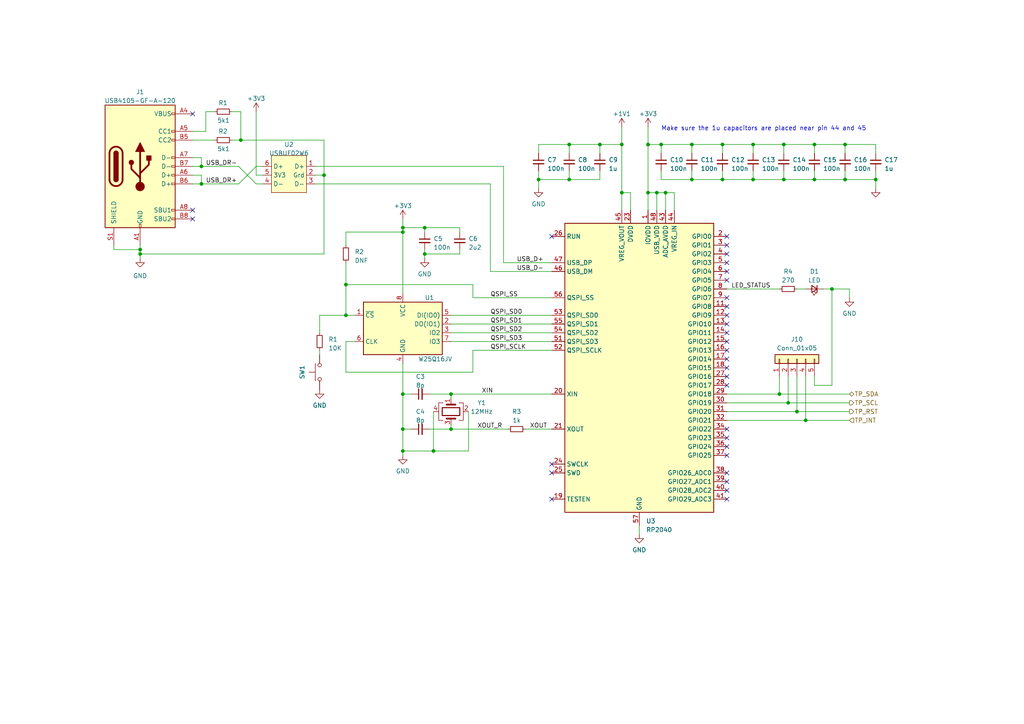
<source format=kicad_sch>
(kicad_sch (version 20230121) (generator eeschema)
  (paper "A4")
  (lib_symbols
    (symbol "Connector:USB_C_Receptacle_USB2.0" (pin_names (offset 1.016))
      (property "Reference" "J" (at -10.16 19.05 0))
      (property "Value" "USB_C_Receptacle_USB2.0" (at 19.05 19.05 0))
      (symbol "USB_C_Receptacle_USB2.0_0_0"
        (rectangle (start -0.254 -17.78) (end 0.254 -16.764))
        (rectangle (start 10.16 -14.986) (end 9.144 -15.494))
        (rectangle (start 10.16 -12.446) (end 9.144 -12.954))
        (rectangle (start 10.16 -4.826) (end 9.144 -5.334))
        (rectangle (start 10.16 -2.286) (end 9.144 -2.794))
        (rectangle (start 10.16 0.254) (end 9.144 -0.254))
        (rectangle (start 10.16 2.794) (end 9.144 2.286))
        (rectangle (start 10.16 7.874) (end 9.144 7.366))
        (rectangle (start 10.16 10.414) (end 9.144 9.906))
        (rectangle (start 10.16 15.494) (end 9.144 14.986))
      )
      (symbol "USB_C_Receptacle_USB2.0_0_1"
        (rectangle (start -10.16 17.78) (end 10.16 -17.78) (stroke (width 0.254)) (fill (type background)))
        (arc (start -8.89 -3.81) (mid -6.985 -5.7067) (end -5.08 -3.81) (stroke (width 0.508)))
        (arc (start -7.62 -3.81) (mid -6.985 -4.4423) (end -6.35 -3.81) (stroke (width 0.254)))
        (arc (start -7.62 -3.81) (mid -6.985 -4.4423) (end -6.35 -3.81) (stroke (width 0.254)) (fill (type outline)))
        (rectangle (start -7.62 -3.81) (end -6.35 3.81) (stroke (width 0.254)) (fill (type outline)))
        (arc (start -6.35 3.81) (mid -6.985 4.4423) (end -7.62 3.81) (stroke (width 0.254)))
        (arc (start -6.35 3.81) (mid -6.985 4.4423) (end -7.62 3.81) (stroke (width 0.254)) (fill (type outline)))
        (arc (start -5.08 3.81) (mid -6.985 5.7067) (end -8.89 3.81) (stroke (width 0.508)))
        (circle (center -2.54 1.143) (radius 0.635) (stroke (width 0.254)) (fill (type outline)))
        (circle (center 0 -5.842) (radius 1.27) (fill (type outline)))
        (polyline (pts (xy -8.89 -3.81) (xy -8.89 3.81)) (stroke (width 0.508)))
        (polyline (pts (xy -5.08 3.81) (xy -5.08 -3.81)) (stroke (width 0.508)))
        (polyline (pts (xy 0 -5.842) (xy 0 4.318)) (stroke (width 0.508)))
        (polyline (pts (xy 0 -3.302) (xy -2.54 -0.762) (xy -2.54 0.508)) (stroke (width 0.508)))
        (polyline (pts (xy 0 -2.032) (xy 2.54 0.508) (xy 2.54 1.778)) (stroke (width 0.508)))
        (polyline (pts (xy -1.27 4.318) (xy 0 6.858) (xy 1.27 4.318) (xy -1.27 4.318)) (stroke (width 0.254)) (fill (type outline)))
        (rectangle (start 1.905 1.778) (end 3.175 3.048) (stroke (width 0.254)) (fill (type outline)))
      )
      (symbol "USB_C_Receptacle_USB2.0_1_1"
        (pin passive line (at 0 -22.86 90) (length 5.08) (name "GND") (number "A1"))
        (pin passive line (at 0 -22.86 90) (length 5.08) hide (name "GND") (number "A12"))
        (pin passive line (at 15.24 15.24 180) (length 5.08) (name "VBUS") (number "A4"))
        (pin bidirectional line (at 15.24 10.16 180) (length 5.08) (name "CC1") (number "A5"))
        (pin bidirectional line (at 15.24 -2.54 180) (length 5.08) (name "D+") (number "A6"))
        (pin bidirectional line (at 15.24 2.54 180) (length 5.08) (name "D-") (number "A7"))
        (pin bidirectional line (at 15.24 -12.7 180) (length 5.08) (name "SBU1") (number "A8"))
        (pin passive line (at 15.24 15.24 180) (length 5.08) hide (name "VBUS") (number "A9"))
        (pin passive line (at 0 -22.86 90) (length 5.08) hide (name "GND") (number "B1"))
        (pin passive line (at 0 -22.86 90) (length 5.08) hide (name "GND") (number "B12"))
        (pin passive line (at 15.24 15.24 180) (length 5.08) hide (name "VBUS") (number "B4"))
        (pin bidirectional line (at 15.24 7.62 180) (length 5.08) (name "CC2") (number "B5"))
        (pin bidirectional line (at 15.24 -5.08 180) (length 5.08) (name "D+") (number "B6"))
        (pin bidirectional line (at 15.24 0 180) (length 5.08) (name "D-") (number "B7"))
        (pin bidirectional line (at 15.24 -15.24 180) (length 5.08) (name "SBU2") (number "B8"))
        (pin passive line (at 15.24 15.24 180) (length 5.08) hide (name "VBUS") (number "B9"))
        (pin passive line (at -7.62 -22.86 90) (length 5.08) (name "SHIELD") (number "S1"))
      )
    )
    (symbol "Connector_Generic:Conn_01x05" (pin_names (offset 1.016) hide)
      (property "Reference" "J" (at 0 7.62 0))
      (property "Value" "Conn_01x05" (at 0 -7.62 0))
      (symbol "Conn_01x05_1_1"
        (rectangle (start -1.27 -4.953) (end 0 -5.207) (stroke (width 0.1524)))
        (rectangle (start -1.27 -2.413) (end 0 -2.667) (stroke (width 0.1524)))
        (rectangle (start -1.27 0.127) (end 0 -0.127) (stroke (width 0.1524)))
        (rectangle (start -1.27 2.667) (end 0 2.413) (stroke (width 0.1524)))
        (rectangle (start -1.27 5.207) (end 0 4.953) (stroke (width 0.1524)))
        (rectangle (start -1.27 6.35) (end 1.27 -6.35) (stroke (width 0.254)) (fill (type background)))
        (pin passive line (at -5.08 5.08 0) (length 3.81) (name "Pin_1") (number "1"))
        (pin passive line (at -5.08 2.54 0) (length 3.81) (name "Pin_2") (number "2"))
        (pin passive line (at -5.08 0 0) (length 3.81) (name "Pin_3") (number "3"))
        (pin passive line (at -5.08 -2.54 0) (length 3.81) (name "Pin_4") (number "4"))
        (pin passive line (at -5.08 -5.08 0) (length 3.81) (name "Pin_5") (number "5"))
      )
    )
    (symbol "Cuprum:USBUF02W6"
      (property "Reference" "U" (at 0 7.62 0))
      (property "Value" "USBUF02W6" (at 0 -7.62 0))
      (symbol "USBUF02W6_0_1"
        (rectangle (start -5.08 5.715) (end 5.08 -5.08) (fill (type background)))
      )
      (symbol "USBUF02W6_1_1"
        (pin input line (at 7.62 2.54 180) (length 2.54) (name "D+") (number "1"))
        (pin input line (at 7.62 0 180) (length 2.54) (name "Grd") (number "2"))
        (pin input line (at 7.62 -2.54 180) (length 2.54) (name "D-") (number "3"))
        (pin input line (at -7.62 -2.54 0) (length 2.54) (name "D-") (number "4"))
        (pin input line (at -7.62 0 0) (length 2.54) (name "3V3") (number "5"))
        (pin input line (at -7.62 2.54 0) (length 2.54) (name "D+") (number "6"))
      )
    )
    (symbol "Device:C_Small" (pin_numbers hide) (pin_names (offset 0.254) hide)
      (property "Reference" "C" (at 0.254 1.778 0))
      (property "Value" "C_Small" (at 0.254 -2.032 0))
      (symbol "C_Small_0_1"
        (polyline (pts (xy -1.524 -0.508) (xy 1.524 -0.508)) (stroke (width 0.3302)))
        (polyline (pts (xy -1.524 0.508) (xy 1.524 0.508)) (stroke (width 0.3048)))
      )
      (symbol "C_Small_1_1"
        (pin passive line (at 0 2.54 270) (length 2.032) (name "~") (number "1"))
        (pin passive line (at 0 -2.54 90) (length 2.032) (name "~") (number "2"))
      )
    )
    (symbol "Device:Crystal_GND24" (pin_names (offset 1.016) hide)
      (property "Reference" "Y" (at 3.175 5.08 0))
      (property "Value" "Crystal_GND24" (at 3.175 3.175 0))
      (symbol "Crystal_GND24_0_1"
        (rectangle (start -1.143 2.54) (end 1.143 -2.54) (stroke (width 0.3048)))
        (polyline (pts (xy -2.54 0) (xy -2.032 0)))
        (polyline (pts (xy -2.032 -1.27) (xy -2.032 1.27)) (stroke (width 0.508)))
        (polyline (pts (xy 0 -3.81) (xy 0 -3.556)))
        (polyline (pts (xy 0 3.556) (xy 0 3.81)))
        (polyline (pts (xy 2.032 -1.27) (xy 2.032 1.27)) (stroke (width 0.508)))
        (polyline (pts (xy 2.032 0) (xy 2.54 0)))
        (polyline (pts (xy -2.54 -2.286) (xy -2.54 -3.556) (xy 2.54 -3.556) (xy 2.54 -2.286)))
        (polyline (pts (xy -2.54 2.286) (xy -2.54 3.556) (xy 2.54 3.556) (xy 2.54 2.286)))
      )
      (symbol "Crystal_GND24_1_1"
        (pin passive line (at -3.81 0 0) (length 1.27) (name "1") (number "1"))
        (pin passive line (at 0 5.08 270) (length 1.27) (name "2") (number "2"))
        (pin passive line (at 3.81 0 180) (length 1.27) (name "3") (number "3"))
        (pin passive line (at 0 -5.08 90) (length 1.27) (name "4") (number "4"))
      )
    )
    (symbol "Device:LED_Small" (pin_numbers hide) (pin_names (offset 0.254) hide)
      (property "Reference" "D" (at -1.27 3.175 0))
      (property "Value" "LED_Small" (at -4.445 -2.54 0))
      (symbol "LED_Small_0_1"
        (polyline (pts (xy -0.762 -1.016) (xy -0.762 1.016)) (stroke (width 0.254)))
        (polyline (pts (xy 1.016 0) (xy -0.762 0)))
        (polyline (pts (xy 0.762 -1.016) (xy -0.762 0) (xy 0.762 1.016) (xy 0.762 -1.016)) (stroke (width 0.254)))
        (polyline (pts (xy 0 0.762) (xy -0.508 1.27) (xy -0.254 1.27) (xy -0.508 1.27) (xy -0.508 1.016)))
        (polyline (pts (xy 0.508 1.27) (xy 0 1.778) (xy 0.254 1.778) (xy 0 1.778) (xy 0 1.524)))
      )
      (symbol "LED_Small_1_1"
        (pin passive line (at -2.54 0 0) (length 1.778) (name "K") (number "1"))
        (pin passive line (at 2.54 0 180) (length 1.778) (name "A") (number "2"))
      )
    )
    (symbol "Device:R_Small" (pin_numbers hide) (pin_names (offset 0.254) hide)
      (property "Reference" "R" (at 0.762 0.508 0))
      (property "Value" "R_Small" (at 0.762 -1.016 0))
      (symbol "R_Small_0_1"
        (rectangle (start -0.762 1.778) (end 0.762 -1.778) (stroke (width 0.2032)))
      )
      (symbol "R_Small_1_1"
        (pin passive line (at 0 2.54 270) (length 0.762) (name "~") (number "1"))
        (pin passive line (at 0 -2.54 90) (length 0.762) (name "~") (number "2"))
      )
    )
    (symbol "MCU_RaspberryPi:RP2040"
      (property "Reference" "U" (at 17.78 45.72 0))
      (property "Value" "RP2040" (at 17.78 43.18 0))
      (symbol "RP2040_0_1"
        (rectangle (start -21.59 41.91) (end 21.59 -41.91) (stroke (width 0.254)) (fill (type background)))
      )
      (symbol "RP2040_1_1"
        (pin power_in line (at 2.54 45.72 270) (length 3.81) (name "IOVDD") (number "1"))
        (pin passive line (at 2.54 45.72 270) (length 3.81) hide (name "IOVDD") (number "10"))
        (pin bidirectional line (at 25.4 17.78 180) (length 3.81) (name "GPIO8") (number "11"))
        (pin bidirectional line (at 25.4 15.24 180) (length 3.81) (name "GPIO9") (number "12"))
        (pin bidirectional line (at 25.4 12.7 180) (length 3.81) (name "GPIO10") (number "13"))
        (pin bidirectional line (at 25.4 10.16 180) (length 3.81) (name "GPIO11") (number "14"))
        (pin bidirectional line (at 25.4 7.62 180) (length 3.81) (name "GPIO12") (number "15"))
        (pin bidirectional line (at 25.4 5.08 180) (length 3.81) (name "GPIO13") (number "16"))
        (pin bidirectional line (at 25.4 2.54 180) (length 3.81) (name "GPIO14") (number "17"))
        (pin bidirectional line (at 25.4 0 180) (length 3.81) (name "GPIO15") (number "18"))
        (pin input line (at -25.4 -38.1 0) (length 3.81) (name "TESTEN") (number "19"))
        (pin bidirectional line (at 25.4 38.1 180) (length 3.81) (name "GPIO0") (number "2"))
        (pin input line (at -25.4 -7.62 0) (length 3.81) (name "XIN") (number "20"))
        (pin passive line (at -25.4 -17.78 0) (length 3.81) (name "XOUT") (number "21"))
        (pin passive line (at 2.54 45.72 270) (length 3.81) hide (name "IOVDD") (number "22"))
        (pin power_in line (at -2.54 45.72 270) (length 3.81) (name "DVDD") (number "23"))
        (pin output line (at -25.4 -27.94 0) (length 3.81) (name "SWCLK") (number "24"))
        (pin bidirectional line (at -25.4 -30.48 0) (length 3.81) (name "SWD") (number "25"))
        (pin input line (at -25.4 38.1 0) (length 3.81) (name "RUN") (number "26"))
        (pin bidirectional line (at 25.4 -2.54 180) (length 3.81) (name "GPIO16") (number "27"))
        (pin bidirectional line (at 25.4 -5.08 180) (length 3.81) (name "GPIO17") (number "28"))
        (pin bidirectional line (at 25.4 -7.62 180) (length 3.81) (name "GPIO18") (number "29"))
        (pin bidirectional line (at 25.4 35.56 180) (length 3.81) (name "GPIO1") (number "3"))
        (pin bidirectional line (at 25.4 -10.16 180) (length 3.81) (name "GPIO19") (number "30"))
        (pin bidirectional line (at 25.4 -12.7 180) (length 3.81) (name "GPIO20") (number "31"))
        (pin bidirectional line (at 25.4 -15.24 180) (length 3.81) (name "GPIO21") (number "32"))
        (pin passive line (at 2.54 45.72 270) (length 3.81) hide (name "IOVDD") (number "33"))
        (pin bidirectional line (at 25.4 -17.78 180) (length 3.81) (name "GPIO22") (number "34"))
        (pin bidirectional line (at 25.4 -20.32 180) (length 3.81) (name "GPIO23") (number "35"))
        (pin bidirectional line (at 25.4 -22.86 180) (length 3.81) (name "GPIO24") (number "36"))
        (pin bidirectional line (at 25.4 -25.4 180) (length 3.81) (name "GPIO25") (number "37"))
        (pin bidirectional line (at 25.4 -30.48 180) (length 3.81) (name "GPIO26_ADC0") (number "38"))
        (pin bidirectional line (at 25.4 -33.02 180) (length 3.81) (name "GPIO27_ADC1") (number "39"))
        (pin bidirectional line (at 25.4 33.02 180) (length 3.81) (name "GPIO2") (number "4"))
        (pin bidirectional line (at 25.4 -35.56 180) (length 3.81) (name "GPIO28_ADC2") (number "40"))
        (pin bidirectional line (at 25.4 -38.1 180) (length 3.81) (name "GPIO29_ADC3") (number "41"))
        (pin passive line (at 2.54 45.72 270) (length 3.81) hide (name "IOVDD") (number "42"))
        (pin power_in line (at 7.62 45.72 270) (length 3.81) (name "ADC_AVDD") (number "43"))
        (pin power_in line (at 10.16 45.72 270) (length 3.81) (name "VREG_IN") (number "44"))
        (pin power_out line (at -5.08 45.72 270) (length 3.81) (name "VREG_VOUT") (number "45"))
        (pin bidirectional line (at -25.4 27.94 0) (length 3.81) (name "USB_DM") (number "46"))
        (pin bidirectional line (at -25.4 30.48 0) (length 3.81) (name "USB_DP") (number "47"))
        (pin power_in line (at 5.08 45.72 270) (length 3.81) (name "USB_VDD") (number "48"))
        (pin passive line (at 2.54 45.72 270) (length 3.81) hide (name "IOVDD") (number "49"))
        (pin bidirectional line (at 25.4 30.48 180) (length 3.81) (name "GPIO3") (number "5"))
        (pin passive line (at -2.54 45.72 270) (length 3.81) hide (name "DVDD") (number "50"))
        (pin bidirectional line (at -25.4 7.62 0) (length 3.81) (name "QSPI_SD3") (number "51"))
        (pin output line (at -25.4 5.08 0) (length 3.81) (name "QSPI_SCLK") (number "52"))
        (pin bidirectional line (at -25.4 15.24 0) (length 3.81) (name "QSPI_SD0") (number "53"))
        (pin bidirectional line (at -25.4 10.16 0) (length 3.81) (name "QSPI_SD2") (number "54"))
        (pin bidirectional line (at -25.4 12.7 0) (length 3.81) (name "QSPI_SD1") (number "55"))
        (pin bidirectional line (at -25.4 20.32 0) (length 3.81) (name "QSPI_SS") (number "56"))
        (pin power_in line (at 0 -45.72 90) (length 3.81) (name "GND") (number "57"))
        (pin bidirectional line (at 25.4 27.94 180) (length 3.81) (name "GPIO4") (number "6"))
        (pin bidirectional line (at 25.4 25.4 180) (length 3.81) (name "GPIO5") (number "7"))
        (pin bidirectional line (at 25.4 22.86 180) (length 3.81) (name "GPIO6") (number "8"))
        (pin bidirectional line (at 25.4 20.32 180) (length 3.81) (name "GPIO7") (number "9"))
      )
    )
    (symbol "Memory_Flash:W25Q32JVSS"
      (property "Reference" "U6" (at 6.35 10.16 0))
      (property "Value" "W25Q16JV" (at 4.445 -8.89 0))
      (symbol "W25Q32JVSS_0_1"
        (rectangle (start -11.43 7.62) (end 11.43 -7.62) (stroke (width 0.254)) (fill (type background)))
      )
      (symbol "W25Q32JVSS_1_1"
        (pin input line (at -13.97 3.81 0) (length 2.54) (name "~{CS}") (number "1"))
        (pin bidirectional line (at 13.97 1.27 180) (length 2.54) (name "DO(IO1)") (number "2"))
        (pin bidirectional line (at 13.97 -1.27 180) (length 2.54) (name "IO2") (number "3"))
        (pin power_in line (at 0 -10.16 90) (length 2.54) (name "GND") (number "4"))
        (pin bidirectional line (at 13.97 3.81 180) (length 2.54) (name "DI(IO0)") (number "5"))
        (pin input line (at -13.97 -3.81 0) (length 2.54) (name "CLK") (number "6"))
        (pin bidirectional line (at 13.97 -3.81 180) (length 2.54) (name "IO3") (number "7"))
        (pin power_in line (at 0 10.16 270) (length 2.54) (name "VCC") (number "8"))
      )
    )
    (symbol "PCM_4ms_Power-symbol:GND" (power) (pin_names (offset 0))
      (property "Value" "GND" (at 0 -3.81 0))
      (symbol "GND_0_1"
        (polyline (pts (xy 0 0) (xy 0 -1.27) (xy 1.27 -1.27) (xy 0 -2.54) (xy -1.27 -1.27) (xy 0 -1.27)))
      )
      (symbol "GND_1_1"
        (pin power_in line (at 0 0 270) (length 0) hide (name "GND") (number "1"))
      )
    )
    (symbol "Switch:SW_Push" (pin_numbers hide) (pin_names (offset 1.016) hide)
      (property "Reference" "SW" (at 1.27 2.54 0))
      (property "Value" "SW_Push" (at 0 -1.524 0))
      (symbol "SW_Push_0_1"
        (circle (center -2.032 0) (radius 0.508))
        (polyline (pts (xy 0 1.27) (xy 0 3.048)))
        (polyline (pts (xy 2.54 1.27) (xy -2.54 1.27)))
        (circle (center 2.032 0) (radius 0.508))
        (pin passive line (at -5.08 0 0) (length 2.54) (name "1") (number "1"))
        (pin passive line (at 5.08 0 180) (length 2.54) (name "2") (number "2"))
      )
    )
    (symbol "power:+1V1" (power) (pin_names (offset 0))
      (property "Value" "+1V1" (at 0 3.556 0))
      (symbol "+1V1_0_1"
        (polyline (pts (xy -0.762 1.27) (xy 0 2.54)))
        (polyline (pts (xy 0 0) (xy 0 2.54)))
        (polyline (pts (xy 0 2.54) (xy 0.762 1.27)))
      )
      (symbol "+1V1_1_1"
        (pin power_in line (at 0 0 90) (length 0) hide (name "+1V1") (number "1"))
      )
    )
    (symbol "power:+3V3" (power) (pin_names (offset 0))
      (property "Value" "+3V3" (at 0 3.556 0))
      (symbol "+3V3_0_1"
        (polyline (pts (xy -0.762 1.27) (xy 0 2.54)))
        (polyline (pts (xy 0 0) (xy 0 2.54)))
        (polyline (pts (xy 0 2.54) (xy 0.762 1.27)))
      )
      (symbol "+3V3_1_1"
        (pin power_in line (at 0 0 90) (length 0) hide (name "+3V3") (number "1"))
      )
    )
    (symbol "power:GND" (power) (pin_names (offset 0))
      (property "Value" "GND" (at 0 -3.81 0))
      (symbol "GND_0_1"
        (polyline (pts (xy 0 0) (xy 0 -1.27) (xy 1.27 -1.27) (xy 0 -2.54) (xy -1.27 -1.27) (xy 0 -1.27)))
      )
      (symbol "GND_1_1"
        (pin power_in line (at 0 0 270) (length 0) hide (name "GND") (number "1"))
      )
    )
  )
  (junction (at 69.85 40.64))
  (junction (at 231.14 119.38))
  (junction (at 116.84 124.46))
  (junction (at 40.64 72.39))
  (junction (at 180.34 41.91))
  (junction (at 130.81 124.46))
  (junction (at 116.84 67.31))
  (junction (at 254 52.07))
  (junction (at 226.06 114.3))
  (junction (at 245.11 52.07))
  (junction (at 165.1 52.07))
  (junction (at 191.77 41.91))
  (junction (at 209.55 52.07))
  (junction (at 227.33 52.07))
  (junction (at 93.98 50.8))
  (junction (at 245.11 41.91))
  (junction (at 58.42 48.26))
  (junction (at 209.55 41.91))
  (junction (at 187.96 55.88))
  (junction (at 190.5 55.88))
  (junction (at 100.33 82.55))
  (junction (at 218.44 41.91))
  (junction (at 233.68 121.92))
  (junction (at 40.64 73.66))
  (junction (at 116.84 66.04))
  (junction (at 130.81 114.3))
  (junction (at 187.96 41.91))
  (junction (at 100.33 91.44))
  (junction (at 200.66 41.91))
  (junction (at 241.3 83.82))
  (junction (at 173.99 41.91))
  (junction (at 165.1 41.91))
  (junction (at 125.73 130.81))
  (junction (at 236.22 41.91))
  (junction (at 193.04 55.88))
  (junction (at 58.42 53.34))
  (junction (at 218.44 52.07))
  (junction (at 123.19 73.66))
  (junction (at 228.6 116.84))
  (junction (at 123.19 66.04))
  (junction (at 236.22 52.07))
  (junction (at 227.33 41.91))
  (junction (at 200.66 52.07))
  (junction (at 116.84 114.3))
  (junction (at 156.21 52.07))
  (junction (at 180.34 55.88))
  (junction (at 116.84 130.81))
  (no_connect (at 55.88 33.02))
  (no_connect (at 210.82 132.08))
  (no_connect (at 210.82 81.28))
  (no_connect (at 210.82 139.7))
  (no_connect (at 210.82 76.2))
  (no_connect (at 210.82 71.12))
  (no_connect (at 210.82 111.76))
  (no_connect (at 55.88 63.5))
  (no_connect (at 210.82 106.68))
  (no_connect (at 210.82 93.98))
  (no_connect (at 210.82 144.78))
  (no_connect (at 210.82 104.14))
  (no_connect (at 210.82 86.36))
  (no_connect (at 160.02 68.58))
  (no_connect (at 210.82 127))
  (no_connect (at 210.82 88.9))
  (no_connect (at 160.02 134.62))
  (no_connect (at 210.82 68.58))
  (no_connect (at 210.82 101.6))
  (no_connect (at 210.82 73.66))
  (no_connect (at 210.82 124.46))
  (no_connect (at 160.02 144.78))
  (no_connect (at 55.88 60.96))
  (no_connect (at 210.82 129.54))
  (no_connect (at 210.82 142.24))
  (no_connect (at 210.82 96.52))
  (no_connect (at 160.02 137.16))
  (no_connect (at 210.82 109.22))
  (no_connect (at 210.82 137.16))
  (no_connect (at 210.82 91.44))
  (no_connect (at 210.82 78.74))
  (no_connect (at 210.82 99.06))
  (wire (pts (xy 200.66 41.91) (xy 209.55 41.91)))
  (wire (pts (xy 226.06 109.22) (xy 226.06 114.3)))
  (wire (pts (xy 160.02 78.74) (xy 142.24 78.74)))
  (wire (pts (xy 156.21 52.07) (xy 165.1 52.07)))
  (wire (pts (xy 231.14 119.38) (xy 246.38 119.38)))
  (wire (pts (xy 40.64 72.39) (xy 40.64 73.66)))
  (wire (pts (xy 180.34 60.96) (xy 180.34 55.88)))
  (wire (pts (xy 40.64 71.12) (xy 40.64 72.39)))
  (wire (pts (xy 195.58 55.88) (xy 193.04 55.88)))
  (wire (pts (xy 130.81 93.98) (xy 160.02 93.98)))
  (wire (pts (xy 187.96 36.83) (xy 187.96 41.91)))
  (wire (pts (xy 100.33 67.31) (xy 116.84 67.31)))
  (wire (pts (xy 92.71 101.6) (xy 92.71 102.87)))
  (wire (pts (xy 130.81 114.3) (xy 160.02 114.3)))
  (wire (pts (xy 236.22 109.22) (xy 236.22 111.76)))
  (wire (pts (xy 236.22 52.07) (xy 245.11 52.07)))
  (wire (pts (xy 191.77 41.91) (xy 191.77 44.45)))
  (wire (pts (xy 185.42 154.94) (xy 185.42 152.4)))
  (wire (pts (xy 246.38 86.36) (xy 246.38 83.82)))
  (wire (pts (xy 123.19 67.31) (xy 123.19 66.04)))
  (wire (pts (xy 137.16 101.6) (xy 160.02 101.6)))
  (wire (pts (xy 92.71 91.44) (xy 100.33 91.44)))
  (wire (pts (xy 116.84 66.04) (xy 116.84 67.31)))
  (wire (pts (xy 191.77 41.91) (xy 200.66 41.91)))
  (wire (pts (xy 137.16 101.6) (xy 137.16 107.95)))
  (wire (pts (xy 130.81 124.46) (xy 147.32 124.46)))
  (wire (pts (xy 195.58 60.96) (xy 195.58 55.88)))
  (wire (pts (xy 227.33 52.07) (xy 236.22 52.07)))
  (wire (pts (xy 228.6 116.84) (xy 246.38 116.84)))
  (wire (pts (xy 218.44 52.07) (xy 227.33 52.07)))
  (wire (pts (xy 59.69 32.385) (xy 62.23 32.385)))
  (wire (pts (xy 67.31 40.64) (xy 69.85 40.64)))
  (wire (pts (xy 165.1 41.91) (xy 173.99 41.91)))
  (wire (pts (xy 130.81 91.44) (xy 160.02 91.44)))
  (wire (pts (xy 135.89 130.81) (xy 125.73 130.81)))
  (wire (pts (xy 93.98 50.8) (xy 93.98 73.66)))
  (wire (pts (xy 137.16 86.36) (xy 160.02 86.36)))
  (wire (pts (xy 133.35 72.39) (xy 133.35 73.66)))
  (wire (pts (xy 218.44 41.91) (xy 227.33 41.91)))
  (wire (pts (xy 100.33 107.95) (xy 100.33 99.06)))
  (wire (pts (xy 116.84 67.31) (xy 116.84 85.09)))
  (wire (pts (xy 137.16 86.36) (xy 137.16 82.55)))
  (wire (pts (xy 123.19 73.66) (xy 123.19 74.93)))
  (wire (pts (xy 100.33 82.55) (xy 100.33 91.44)))
  (wire (pts (xy 200.66 52.07) (xy 200.66 49.53)))
  (wire (pts (xy 116.84 130.81) (xy 125.73 130.81)))
  (wire (pts (xy 173.99 49.53) (xy 173.99 52.07)))
  (wire (pts (xy 123.19 66.04) (xy 133.35 66.04)))
  (wire (pts (xy 193.04 55.88) (xy 190.5 55.88)))
  (wire (pts (xy 193.04 60.96) (xy 193.04 55.88)))
  (wire (pts (xy 69.85 40.64) (xy 69.85 32.385)))
  (wire (pts (xy 241.3 83.82) (xy 241.3 111.76)))
  (wire (pts (xy 156.21 52.07) (xy 156.21 54.61)))
  (wire (pts (xy 55.88 53.34) (xy 58.42 53.34)))
  (wire (pts (xy 55.88 50.8) (xy 58.42 50.8)))
  (wire (pts (xy 116.84 63.5) (xy 116.84 66.04)))
  (wire (pts (xy 152.4 124.46) (xy 160.02 124.46)))
  (wire (pts (xy 228.6 109.22) (xy 228.6 116.84)))
  (wire (pts (xy 210.82 121.92) (xy 233.68 121.92)))
  (wire (pts (xy 146.05 76.2) (xy 160.02 76.2)))
  (wire (pts (xy 210.82 116.84) (xy 228.6 116.84)))
  (wire (pts (xy 210.82 114.3) (xy 226.06 114.3)))
  (wire (pts (xy 58.42 48.26) (xy 58.42 45.72)))
  (wire (pts (xy 130.81 124.46) (xy 130.81 123.19)))
  (wire (pts (xy 191.77 52.07) (xy 200.66 52.07)))
  (wire (pts (xy 76.2 53.34) (xy 74.295 53.34)))
  (wire (pts (xy 93.98 40.64) (xy 93.98 50.8)))
  (wire (pts (xy 233.68 121.92) (xy 246.38 121.92)))
  (wire (pts (xy 67.31 32.385) (xy 69.85 32.385)))
  (wire (pts (xy 165.1 49.53) (xy 165.1 52.07)))
  (wire (pts (xy 40.64 73.66) (xy 93.98 73.66)))
  (wire (pts (xy 58.42 53.34) (xy 69.215 53.34)))
  (wire (pts (xy 241.3 83.82) (xy 238.76 83.82)))
  (wire (pts (xy 133.35 73.66) (xy 123.19 73.66)))
  (wire (pts (xy 218.44 41.91) (xy 218.44 44.45)))
  (wire (pts (xy 190.5 60.96) (xy 190.5 55.88)))
  (wire (pts (xy 91.44 48.26) (xy 146.05 48.26)))
  (wire (pts (xy 137.16 107.95) (xy 100.33 107.95)))
  (wire (pts (xy 116.84 66.04) (xy 123.19 66.04)))
  (wire (pts (xy 227.33 52.07) (xy 227.33 49.53)))
  (wire (pts (xy 133.35 67.31) (xy 133.35 66.04)))
  (wire (pts (xy 58.42 48.26) (xy 69.215 48.26)))
  (wire (pts (xy 209.55 41.91) (xy 209.55 44.45)))
  (wire (pts (xy 209.55 52.07) (xy 218.44 52.07)))
  (wire (pts (xy 74.295 50.8) (xy 76.2 50.8)))
  (wire (pts (xy 100.33 99.06) (xy 102.87 99.06)))
  (wire (pts (xy 246.38 83.82) (xy 241.3 83.82)))
  (wire (pts (xy 100.33 76.2) (xy 100.33 82.55)))
  (wire (pts (xy 200.66 52.07) (xy 209.55 52.07)))
  (wire (pts (xy 190.5 55.88) (xy 187.96 55.88)))
  (wire (pts (xy 58.42 50.8) (xy 58.42 53.34)))
  (wire (pts (xy 58.42 45.72) (xy 55.88 45.72)))
  (wire (pts (xy 165.1 41.91) (xy 165.1 44.45)))
  (wire (pts (xy 236.22 111.76) (xy 241.3 111.76)))
  (wire (pts (xy 210.82 119.38) (xy 231.14 119.38)))
  (wire (pts (xy 124.46 124.46) (xy 130.81 124.46)))
  (wire (pts (xy 146.05 48.26) (xy 146.05 76.2)))
  (wire (pts (xy 245.11 41.91) (xy 245.11 44.45)))
  (wire (pts (xy 173.99 41.91) (xy 180.34 41.91)))
  (wire (pts (xy 218.44 52.07) (xy 218.44 49.53)))
  (wire (pts (xy 125.73 119.38) (xy 125.73 130.81)))
  (wire (pts (xy 142.24 78.74) (xy 142.24 53.34)))
  (wire (pts (xy 254 52.07) (xy 254 49.53)))
  (wire (pts (xy 210.82 83.82) (xy 226.06 83.82)))
  (wire (pts (xy 116.84 105.41) (xy 116.84 114.3)))
  (wire (pts (xy 233.68 109.22) (xy 233.68 121.92)))
  (wire (pts (xy 236.22 52.07) (xy 236.22 49.53)))
  (wire (pts (xy 165.1 52.07) (xy 173.99 52.07)))
  (wire (pts (xy 91.44 53.34) (xy 142.24 53.34)))
  (wire (pts (xy 209.55 41.91) (xy 218.44 41.91)))
  (wire (pts (xy 130.81 96.52) (xy 160.02 96.52)))
  (wire (pts (xy 180.34 41.91) (xy 180.34 55.88)))
  (wire (pts (xy 116.84 124.46) (xy 116.84 114.3)))
  (wire (pts (xy 254 41.91) (xy 254 44.45)))
  (wire (pts (xy 91.44 50.8) (xy 93.98 50.8)))
  (wire (pts (xy 187.96 55.88) (xy 187.96 60.96)))
  (wire (pts (xy 245.11 52.07) (xy 254 52.07)))
  (wire (pts (xy 100.33 82.55) (xy 137.16 82.55)))
  (wire (pts (xy 187.96 41.91) (xy 187.96 55.88)))
  (wire (pts (xy 236.22 41.91) (xy 245.11 41.91)))
  (wire (pts (xy 93.98 40.64) (xy 69.85 40.64)))
  (wire (pts (xy 191.77 49.53) (xy 191.77 52.07)))
  (wire (pts (xy 130.81 115.57) (xy 130.81 114.3)))
  (wire (pts (xy 33.02 72.39) (xy 40.64 72.39)))
  (wire (pts (xy 92.71 91.44) (xy 92.71 96.52)))
  (wire (pts (xy 245.11 52.07) (xy 245.11 49.53)))
  (wire (pts (xy 59.69 38.1) (xy 59.69 32.385)))
  (wire (pts (xy 227.33 41.91) (xy 227.33 44.45)))
  (wire (pts (xy 209.55 52.07) (xy 209.55 49.53)))
  (wire (pts (xy 156.21 49.53) (xy 156.21 52.07)))
  (wire (pts (xy 231.14 109.22) (xy 231.14 119.38)))
  (wire (pts (xy 227.33 41.91) (xy 236.22 41.91)))
  (wire (pts (xy 100.33 91.44) (xy 102.87 91.44)))
  (wire (pts (xy 182.88 55.88) (xy 182.88 60.96)))
  (wire (pts (xy 156.21 41.91) (xy 165.1 41.91)))
  (wire (pts (xy 33.02 71.12) (xy 33.02 72.39)))
  (wire (pts (xy 116.84 114.3) (xy 119.38 114.3)))
  (wire (pts (xy 116.84 132.08) (xy 116.84 130.81)))
  (wire (pts (xy 245.11 41.91) (xy 254 41.91)))
  (wire (pts (xy 236.22 41.91) (xy 236.22 44.45)))
  (wire (pts (xy 180.34 36.83) (xy 180.34 41.91)))
  (wire (pts (xy 116.84 124.46) (xy 119.38 124.46)))
  (wire (pts (xy 173.99 41.91) (xy 173.99 44.45)))
  (wire (pts (xy 226.06 114.3) (xy 246.38 114.3)))
  (wire (pts (xy 130.81 99.06) (xy 160.02 99.06)))
  (wire (pts (xy 100.33 67.31) (xy 100.33 71.12)))
  (wire (pts (xy 187.96 41.91) (xy 191.77 41.91)))
  (wire (pts (xy 74.295 32.385) (xy 74.295 50.8)))
  (wire (pts (xy 180.34 55.88) (xy 182.88 55.88)))
  (wire (pts (xy 55.88 40.64) (xy 62.23 40.64)))
  (wire (pts (xy 116.84 130.81) (xy 116.84 124.46)))
  (wire (pts (xy 40.64 74.93) (xy 40.64 73.66)))
  (wire (pts (xy 135.89 119.38) (xy 135.89 130.81)))
  (wire (pts (xy 254 52.07) (xy 254 54.61)))
  (wire (pts (xy 200.66 41.91) (xy 200.66 44.45)))
  (wire (pts (xy 74.295 53.34) (xy 69.215 48.26)))
  (wire (pts (xy 55.88 38.1) (xy 59.69 38.1)))
  (wire (pts (xy 156.21 41.91) (xy 156.21 44.45)))
  (wire (pts (xy 58.42 48.26) (xy 55.88 48.26)))
  (wire (pts (xy 123.19 72.39) (xy 123.19 73.66)))
  (wire (pts (xy 231.14 83.82) (xy 233.68 83.82)))
  (wire (pts (xy 74.295 48.26) (xy 76.2 48.26)))
  (wire (pts (xy 69.215 53.34) (xy 74.295 48.26)))
  (wire (pts (xy 124.46 114.3) (xy 130.81 114.3)))
  (text "Make sure the 1u capacitors are placed near pin 44 and 45" (at 191.77 38.1 0) (effects (font (size 1.27 1.27)) (justify left bottom)))
  (label "LED_STATUS" (at 212.09 83.82 0))
  (label "USB_D+" (at 149.86 76.2 0))
  (label "QSPI_SD2" (at 142.24 96.52 0))
  (label "QSPI_SS" (at 142.24 86.36 0))
  (label "USB_DR+" (at 59.69 53.34 0))
  (label "USB_D-" (at 149.86 78.74 0))
  (label "XIN" (at 139.7 114.3 0))
  (label "XOUT" (at 153.67 124.46 0))
  (label "QSPI_SD3" (at 142.24 99.06 0))
  (label "QSPI_SD0" (at 142.24 91.44 0))
  (label "XOUT_R" (at 138.43 124.46 0))
  (label "USB_DR-" (at 59.69 48.26 0))
  (label "QSPI_SCLK" (at 142.24 101.6 0))
  (label "QSPI_SD1" (at 142.24 93.98 0))
  (hierarchical_label "TP_RST" (shape output) (at 246.38 119.38 0))
  (hierarchical_label "TP_SCL" (shape output) (at 246.38 116.84 0))
  (hierarchical_label "TP_INT" (shape input) (at 246.38 121.92 0))
  (hierarchical_label "TP_SDA" (shape bidirectional) (at 246.38 114.3 0))
  (symbol (lib_id "Switch:SW_Push") (at 92.71 107.95 90) (unit 1)
    (property "Reference" "SW1" (at 87.63 107.95 0))
    (property "Value" "DNF" (effects hide))
    (property "Footprint" "KiCAD Library:PTS636 SM25J SMTR LFS" (effects hide))
    (instances (project "LCD_Touch_Big" (path "" (reference "SW1") (unit 1))) (project "Reflow Oven" (path "" (reference "SW1") (unit 1))) (project "USB-PD" (path "" (reference "SW?") (unit 1)) (path "" (reference "SW3") (unit 1)) (path "" (reference "SW4") (unit 1))))
  )
  (symbol (lib_id "power:+3V3") (at 187.96 36.83 0) (unit 1)
    (property "Reference" "#PWR016" (effects hide))
    (property "Value" "+3V3" (at 187.96 33.02 0))
    (instances (project "LCD Driver" (path "" (reference "#PWR016") (unit 1))) (project "USB Power Meter" (path "" (reference "#PWR022") (unit 1))) (project "RP2040" (path "" (reference "#PWR?") (unit 1))) (project "LCD_Touch_Big" (path "" (reference "#PWR031") (unit 1))) (project "USB-PD" (path "" (reference "#PWR?") (unit 1)) (path "" (reference "#PWR021") (unit 1))))
  )
  (symbol (lib_id "Device:C_Small") (at 200.66 46.99 0) (unit 1)
    (property "Reference" "C11" (at 203.2 46.3613 0) (effects (justify left)))
    (property "Value" "100n" (at 203.2 48.9013 0) (effects (justify left)))
    (property "Footprint" "KiCAD Library:C_0402_1005Metric" (effects hide))
    (instances (project "LCD Driver" (path "" (reference "C11") (unit 1))) (project "USB Power Meter" (path "" (reference "C12") (unit 1))) (project "RP2040" (path "" (reference "C?") (unit 1))) (project "LCD_Touch_Big" (path "" (reference "C14") (unit 1))) (project "USB-PD" (path "" (reference "C?") (unit 1)) (path "" (reference "C15") (unit 1))))
  )
  (symbol (lib_id "Device:C_Small") (at 123.19 69.85 0) (unit 1)
    (property "Reference" "C5" (at 125.73 69.2213 0) (effects (justify left)))
    (property "Value" "100n" (at 125.73 71.7613 0) (effects (justify left)))
    (property "Footprint" "KiCAD Library:C_0402_1005Metric" (effects hide))
    (instances (project "LCD Driver" (path "" (reference "C5") (unit 1))) (project "USB Power Meter" (path "" (reference "C4") (unit 1))) (project "RP2040" (path "" (reference "C?") (unit 1))) (project "LCD_Touch_Big" (path "" (reference "C6") (unit 1))) (project "USB-PD" (path "" (reference "C?") (unit 1)) (path "" (reference "C37") (unit 1))))
  )
  (symbol (lib_id "Device:C_Small") (at 209.55 46.99 0) (unit 1)
    (property "Reference" "C12" (at 212.09 46.3613 0) (effects (justify left)))
    (property "Value" "100n" (at 212.09 48.9013 0) (effects (justify left)))
    (property "Footprint" "KiCAD Library:C_0402_1005Metric" (effects hide))
    (instances (project "LCD Driver" (path "" (reference "C12") (unit 1))) (project "USB Power Meter" (path "" (reference "C13") (unit 1))) (project "RP2040" (path "" (reference "C?") (unit 1))) (project "LCD_Touch_Big" (path "" (reference "C15") (unit 1))) (project "USB-PD" (path "" (reference "C?") (unit 1)) (path "" (reference "C16") (unit 1))))
  )
  (symbol (lib_id "power:GND") (at 92.71 113.03 0) (unit 1)
    (property "Reference" "#PWR03" (effects hide))
    (property "Value" "GND" (at 92.71 117.5925 0))
    (instances (project "LCD Driver" (path "" (reference "#PWR03") (unit 1))) (project "USB Power Meter" (path "" (reference "#PWR08") (unit 1))) (project "RP2040" (path "" (reference "#PWR?") (unit 1))) (project "LCD_Touch_Big" (path "" (reference "#PWR017") (unit 1))) (project "USB-PD" (path "" (reference "#PWR?") (unit 1)) (path "" (reference "#PWR039") (unit 1))))
  )
  (symbol (lib_id "Device:R_Small") (at 64.77 32.385 270) (unit 1)
    (property "Reference" "R1" (at 66.04 29.845 90) (effects (justify right)))
    (property "Value" "5k1" (at 66.675 34.925 90) (effects (justify right)))
    (property "Footprint" "Cuprum:R_0603_1608Metric" (effects hide))
    (instances (project "LCD_Touch_Big" (path "" (reference "R1") (unit 1))) (project "Reflow Oven" (path "" (reference "R3") (unit 1)) (path "" (reference "R10") (unit 1))) (project "USB-PD" (path "" (reference "R?") (unit 1)) (path "" (reference "R9") (unit 1)) (path "" (reference "R12") (unit 1)) (path "" (reference "R2") (unit 1))))
  )
  (symbol (lib_id "Device:C_Small") (at 133.35 69.85 0) (unit 1)
    (property "Reference" "C6" (at 135.89 69.2213 0) (effects (justify left)))
    (property "Value" "2u2" (at 135.89 71.7613 0) (effects (justify left)))
    (property "Footprint" "KiCAD Library:C_0603_1608Metric" (effects hide))
    (instances (project "LCD Driver" (path "" (reference "C6") (unit 1))) (project "USB Power Meter" (path "" (reference "C6") (unit 1))) (project "RP2040" (path "" (reference "C?") (unit 1))) (project "LCD_Touch_Big" (path "" (reference "C8") (unit 1))) (project "USB-PD" (path "" (reference "C?") (unit 1)) (path "" (reference "C20") (unit 1))))
  )
  (symbol (lib_id "Memory_Flash:W25Q32JVSS") (at 116.84 95.25 0) (unit 1)
    (property "Reference" "U1" (at 123.19 86.36 0) (effects (justify left)))
    (property "Value" "W25Q16JV" (at 121.285 104.14 0) (effects (justify left)))
    (property "Footprint" "KiCAD Library:W25Q16JVUXIQ TR" (effects hide))
    (property "Datasheet" "http://www.winbond.com/resource-files/w25q32jv%20revg%2003272018%20plus.pdf" (effects hide))
    (instances (project "LCD Driver" (path "" (reference "U1") (unit 1))) (project "USB Power Meter" (path "" (reference "U2") (unit 1))) (project "RP2040" (path "" (reference "U6") (unit 1))) (project "LCD_Touch_Big" (path "" (reference "U2") (unit 1))) (project "USB-PD" (path "" (reference "U6") (unit 1))))
  )
  (symbol (lib_id "Device:C_Small") (at 245.11 46.99 0) (unit 1)
    (property "Reference" "C16" (at 247.65 46.3613 0) (effects (justify left)))
    (property "Value" "100n" (at 247.65 48.9013 0) (effects (justify left)))
    (property "Footprint" "KiCAD Library:C_0402_1005Metric" (effects hide))
    (instances (project "LCD Driver" (path "" (reference "C16") (unit 1))) (project "USB Power Meter" (path "" (reference "C17") (unit 1))) (project "RP2040" (path "" (reference "C?") (unit 1))) (project "LCD_Touch_Big" (path "" (reference "C19") (unit 1))) (project "USB-PD" (path "" (reference "C?") (unit 1)) (path "" (reference "C34") (unit 1))))
  )
  (symbol (lib_id "Device:R_Small") (at 228.6 83.82 270) (unit 1)
    (property "Reference" "R4" (at 228.6 78.74 90))
    (property "Value" "270" (at 228.6 81.28 90))
    (property "Footprint" "KiCAD Library:R_0603_1608Metric" (effects hide))
    (instances (project "LCD Driver" (path "" (reference "R4") (unit 1))) (project "USB Power Meter" (path "" (reference "R7") (unit 1))) (project "RP2040" (path "" (reference "R?") (unit 1))) (project "LCD_Touch_Big" (path "" (reference "R3") (unit 1))) (project "USB-PD" (path "" (reference "R?") (unit 1)) (path "" (reference "R9") (unit 1)) (path "" (reference "R3") (unit 1))))
  )
  (symbol (lib_id "Device:C_Small") (at 254 46.99 0) (unit 1)
    (property "Reference" "C17" (at 256.54 46.3613 0) (effects (justify left)))
    (property "Value" "1u" (at 256.54 48.9013 0) (effects (justify left)))
    (property "Footprint" "KiCAD Library:C_0402_1005Metric" (effects hide))
    (instances (project "LCD Driver" (path "" (reference "C17") (unit 1))) (project "USB Power Meter" (path "" (reference "C20") (unit 1))) (project "RP2040" (path "" (reference "C?") (unit 1))) (project "LCD_Touch_Big" (path "" (reference "C22") (unit 1))) (project "USB-PD" (path "" (reference "C?") (unit 1)) (path "" (reference "C35") (unit 1))))
  )
  (symbol (lib_id "Device:R_Small") (at 149.86 124.46 270) (unit 1)
    (property "Reference" "R3" (at 149.86 119.38 90))
    (property "Value" "1k" (at 149.86 121.92 90))
    (property "Footprint" "KiCAD Library:R_0603_1608Metric" (effects hide))
    (instances (project "LCD Driver" (path "" (reference "R3") (unit 1))) (project "USB Power Meter" (path "" (reference "R6") (unit 1))) (project "RP2040" (path "" (reference "R?") (unit 1))) (project "LCD_Touch_Big" (path "" (reference "R6") (unit 1))) (project "USB-PD" (path "" (reference "R?") (unit 1)) (path "" (reference "R9") (unit 1)) (path "" (reference "R15") (unit 1))))
  )
  (symbol (lib_id "Device:C_Small") (at 236.22 46.99 0) (unit 1)
    (property "Reference" "C15" (at 238.76 46.3613 0) (effects (justify left)))
    (property "Value" "100n" (at 238.76 48.9013 0) (effects (justify left)))
    (property "Footprint" "KiCAD Library:C_0402_1005Metric" (effects hide))
    (instances (project "LCD Driver" (path "" (reference "C15") (unit 1))) (project "USB Power Meter" (path "" (reference "C16") (unit 1))) (project "RP2040" (path "" (reference "C?") (unit 1))) (project "LCD_Touch_Big" (path "" (reference "C18") (unit 1))) (project "USB-PD" (path "" (reference "C?") (unit 1)) (path "" (reference "C33") (unit 1))))
  )
  (symbol (lib_id "Device:C_Small") (at 218.44 46.99 0) (unit 1)
    (property "Reference" "C13" (at 220.98 46.3613 0) (effects (justify left)))
    (property "Value" "100n" (at 220.98 48.9013 0) (effects (justify left)))
    (property "Footprint" "KiCAD Library:C_0402_1005Metric" (effects hide))
    (instances (project "LCD Driver" (path "" (reference "C13") (unit 1))) (project "USB Power Meter" (path "" (reference "C14") (unit 1))) (project "RP2040" (path "" (reference "C?") (unit 1))) (project "LCD_Touch_Big" (path "" (reference "C16") (unit 1))) (project "USB-PD" (path "" (reference "C?") (unit 1)) (path "" (reference "C22") (unit 1))))
  )
  (symbol (lib_id "Device:LED_Small") (at 236.22 83.82 180) (unit 1)
    (property "Reference" "D1" (at 236.22 78.74 0))
    (property "Value" "LED" (at 236.22 81.28 0))
    (property "Footprint" "Diode_SMD:D_0805_2012Metric" (effects hide))
    (instances (project "LCD Driver" (path "" (reference "D1") (unit 1))) (project "USB Power Meter" (path "" (reference "D2") (unit 1))) (project "RP2040" (path "" (reference "D1") (unit 1))) (project "LCD_Touch_Big" (path "" (reference "D1") (unit 1))) (project "USB-PD" (path "" (reference "D1") (unit 1))))
  )
  (symbol (lib_id "Device:C_Small") (at 121.92 124.46 90) (unit 1)
    (property "Reference" "C4" (at 121.9263 119.38 90))
    (property "Value" "8p" (at 121.9263 121.92 90))
    (property "Footprint" "Capacitor_SMD:C_0402_1005Metric" (effects hide))
    (instances (project "LCD Driver" (path "" (reference "C4") (unit 1))) (project "USB Power Meter" (path "" (reference "C3") (unit 1))) (project "RP2040" (path "" (reference "C?") (unit 1))) (project "LCD_Touch_Big" (path "" (reference "C5") (unit 1))) (project "USB-PD" (path "" (reference "C?") (unit 1)) (path "" (reference "C38") (unit 1))))
  )
  (symbol (lib_id "Device:C_Small") (at 173.99 46.99 0) (unit 1)
    (property "Reference" "C9" (at 176.53 46.3613 0) (effects (justify left)))
    (property "Value" "1u" (at 176.53 48.9013 0) (effects (justify left)))
    (property "Footprint" "KiCAD Library:C_0402_1005Metric" (effects hide))
    (instances (project "LCD Driver" (path "" (reference "C9") (unit 1))) (project "USB Power Meter" (path "" (reference "C10") (unit 1))) (project "RP2040" (path "" (reference "C?") (unit 1))) (project "LCD_Touch_Big" (path "" (reference "C12") (unit 1))) (project "USB-PD" (path "" (reference "C?") (unit 1)) (path "" (reference "C6") (unit 1))))
  )
  (symbol (lib_id "MCU_RaspberryPi:RP2040") (at 185.42 106.68 0) (unit 1)
    (property "Reference" "U3" (at 187.3759 151.13 0) (effects (justify left)))
    (property "Value" "RP2040" (at 187.3759 153.67 0) (effects (justify left)))
    (property "Footprint" "Package_DFN_QFN:QFN-56-1EP_7x7mm_P0.4mm_EP3.2x3.2mm" (effects hide))
    (property "Datasheet" "https://datasheets.raspberrypi.com/rp2040/rp2040-datasheet.pdf" (effects hide))
    (instances (project "LCD Driver" (path "" (reference "U3") (unit 1))) (project "USB Power Meter" (path "" (reference "U4") (unit 1))) (project "RP2040" (path "" (reference "U?") (unit 1))) (project "LCD_Touch_Big" (path "" (reference "U4") (unit 1))) (project "USB-PD" (path "" (reference "U?") (unit 1)) (path "" (reference "U2") (unit 1))))
  )
  (symbol (lib_id "Connector:USB_C_Receptacle_USB2.0") (at 40.64 48.26 0) (unit 1)
    (property "Reference" "J1" (at 40.64 26.67 0))
    (property "Value" "USB4105-GF-A-120\n" (at 40.64 29.21 0))
    (property "Footprint" "Connector_USB:USB_C_Receptacle_GCT_USB4105-xx-A_16P_TopMnt_Horizontal" (effects hide))
    (property "Datasheet" "https://www.usb.org/sites/default/files/documents/usb_type-c.zip" (effects hide))
    (instances (project "USB Power Meter" (path "" (reference "J1") (unit 1))) (project "LCD_Touch_Big" (path "" (reference "J9") (unit 1))) (project "Splitter" (path "" (reference "J4") (unit 1))))
  )
  (symbol (lib_id "Device:R_Small") (at 64.77 40.64 270) (unit 1)
    (property "Reference" "R2" (at 66.04 38.1 90) (effects (justify right)))
    (property "Value" "5k1" (at 66.675 43.18 90) (effects (justify right)))
    (property "Footprint" "Cuprum:R_0603_1608Metric" (effects hide))
    (instances (project "LCD_Touch_Big" (path "" (reference "R2") (unit 1))) (project "Reflow Oven" (path "" (reference "R3") (unit 1)) (path "" (reference "R10") (unit 1))) (project "USB-PD" (path "" (reference "R?") (unit 1)) (path "" (reference "R9") (unit 1)) (path "" (reference "R12") (unit 1)) (path "" (reference "R2") (unit 1))))
  )
  (symbol (lib_id "power:GND") (at 156.21 54.61 0) (unit 1)
    (property "Reference" "#PWR013" (effects hide))
    (property "Value" "GND" (at 156.21 59.1725 0))
    (instances (project "LCD Driver" (path "" (reference "#PWR013") (unit 1))) (project "USB Power Meter" (path "" (reference "#PWR018") (unit 1))) (project "RP2040" (path "" (reference "#PWR?") (unit 1))) (project "LCD_Touch_Big" (path "" (reference "#PWR027") (unit 1))) (project "USB-PD" (path "" (reference "#PWR?") (unit 1)) (path "" (reference "#PWR08") (unit 1))))
  )
  (symbol (lib_id "Device:C_Small") (at 191.77 46.99 0) (unit 1)
    (property "Reference" "C10" (at 194.31 46.3613 0) (effects (justify left)))
    (property "Value" "100n" (at 194.31 48.9013 0) (effects (justify left)))
    (property "Footprint" "KiCAD Library:C_0402_1005Metric" (effects hide))
    (instances (project "LCD Driver" (path "" (reference "C10") (unit 1))) (project "USB Power Meter" (path "" (reference "C11") (unit 1))) (project "RP2040" (path "" (reference "C?") (unit 1))) (project "LCD_Touch_Big" (path "" (reference "C13") (unit 1))) (project "USB-PD" (path "" (reference "C?") (unit 1)) (path "" (reference "C14") (unit 1))))
  )
  (symbol (lib_id "Device:R_Small") (at 100.33 73.66 180) (unit 1)
    (property "Reference" "R2" (at 102.87 73.025 0) (effects (justify right)))
    (property "Value" "DNF" (at 102.87 75.565 0) (effects (justify right)))
    (property "Footprint" "KiCAD Library:R_0603_1608Metric" (effects hide))
    (instances (project "LCD Driver" (path "" (reference "R2") (unit 1))) (project "USB Power Meter" (path "" (reference "R5") (unit 1))) (project "RP2040" (path "" (reference "R?") (unit 1))) (project "LCD_Touch_Big" (path "" (reference "R5") (unit 1))) (project "USB-PD" (path "" (reference "R?") (unit 1)) (path "" (reference "R9") (unit 1)) (path "" (reference "R2") (unit 1))))
  )
  (symbol (lib_id "PCM_4ms_Power-symbol:GND") (at 40.64 74.93 0) (unit 1)
    (property "Reference" "#PWR01" (effects hide))
    (property "Value" "GND" (at 40.64 80.01 0))
    (instances (project "USB Power Meter" (path "" (reference "#PWR01") (unit 1))) (project "LCD_Touch_Big" (path "" (reference "#PWR010") (unit 1))) (project "Splitter" (path "" (reference "#PWR04") (unit 1))))
  )
  (symbol (lib_id "power:+1V1") (at 180.34 36.83 0) (unit 1)
    (property "Reference" "#PWR014" (effects hide))
    (property "Value" "+1V1" (at 180.34 33.02 0))
    (instances (project "LCD Driver" (path "" (reference "#PWR014") (unit 1))) (project "USB Power Meter" (path "" (reference "#PWR020") (unit 1))) (project "RP2040" (path "" (reference "#PWR016") (unit 1))) (project "LCD_Touch_Big" (path "" (reference "#PWR029") (unit 1))) (project "USB-PD" (path "" (reference "#PWR016") (unit 1))))
  )
  (symbol (lib_id "power:+3V3") (at 116.84 63.5 0) (unit 1)
    (property "Reference" "#PWR09" (effects hide))
    (property "Value" "+3V3" (at 116.84 59.69 0))
    (instances (project "LCD Driver" (path "" (reference "#PWR09") (unit 1))) (project "USB Power Meter" (path "" (reference "#PWR012") (unit 1))) (project "RP2040" (path "" (reference "#PWR?") (unit 1))) (project "LCD_Touch_Big" (path "" (reference "#PWR021") (unit 1))) (project "USB-PD" (path "" (reference "#PWR?") (unit 1)) (path "" (reference "#PWR050") (unit 1))))
  )
  (symbol (lib_id "Cuprum:USBUF02W6") (at 83.82 50.8 0) (unit 1)
    (property "Reference" "U2" (at 83.82 41.91 0))
    (property "Value" "USBUF02W6" (at 83.82 44.45 0))
    (property "Footprint" "KiCAD Library:SOT65P210X110-6N" (effects hide))
    (instances (project "LCD Driver" (path "" (reference "U2") (unit 1))) (project "USB Power Meter" (path "" (reference "U3") (unit 1))) (project "LCD_Touch_Big" (path "" (reference "U3") (unit 1))) (project "USB-PD" (path "" (reference "U5") (unit 1))))
  )
  (symbol (lib_id "Device:C_Small") (at 156.21 46.99 0) (unit 1)
    (property "Reference" "C7" (at 158.75 46.3613 0) (effects (justify left)))
    (property "Value" "100n" (at 158.75 48.9013 0) (effects (justify left)))
    (property "Footprint" "KiCAD Library:C_0402_1005Metric" (effects hide))
    (instances (project "LCD Driver" (path "" (reference "C7") (unit 1))) (project "USB Power Meter" (path "" (reference "C7") (unit 1))) (project "RP2040" (path "" (reference "C?") (unit 1))) (project "LCD_Touch_Big" (path "" (reference "C9") (unit 1))) (project "USB-PD" (path "" (reference "C?") (unit 1)) (path "" (reference "C8") (unit 1))))
  )
  (symbol (lib_id "power:GND") (at 116.84 132.08 0) (unit 1)
    (property "Reference" "#PWR010" (effects hide))
    (property "Value" "GND" (at 116.84 136.6425 0))
    (instances (project "LCD Driver" (path "" (reference "#PWR010") (unit 1))) (project "USB Power Meter" (path "" (reference "#PWR013") (unit 1))) (project "RP2040" (path "" (reference "#PWR?") (unit 1))) (project "LCD_Touch_Big" (path "" (reference "#PWR022") (unit 1))) (project "USB-PD" (path "" (reference "#PWR?") (unit 1)) (path "" (reference "#PWR052") (unit 1))))
  )
  (symbol (lib_id "power:GND") (at 123.19 74.93 0) (unit 1)
    (property "Reference" "#PWR011" (effects hide))
    (property "Value" "GND" (at 123.19 79.4925 0))
    (instances (project "LCD Driver" (path "" (reference "#PWR011") (unit 1))) (project "USB Power Meter" (path "" (reference "#PWR014") (unit 1))) (project "RP2040" (path "" (reference "#PWR?") (unit 1))) (project "LCD_Touch_Big" (path "" (reference "#PWR023") (unit 1))) (project "USB-PD" (path "" (reference "#PWR?") (unit 1)) (path "" (reference "#PWR049") (unit 1))))
  )
  (symbol (lib_id "Device:C_Small") (at 121.92 114.3 90) (unit 1)
    (property "Reference" "C3" (at 121.9263 109.22 90))
    (property "Value" "8p" (at 121.9263 111.76 90))
    (property "Footprint" "Capacitor_SMD:C_0402_1005Metric" (effects hide))
    (instances (project "LCD Driver" (path "" (reference "C3") (unit 1))) (project "USB Power Meter" (path "" (reference "C2") (unit 1))) (project "RP2040" (path "" (reference "C?") (unit 1))) (project "LCD_Touch_Big" (path "" (reference "C4") (unit 1))) (project "USB-PD" (path "" (reference "C?") (unit 1)) (path "" (reference "C39") (unit 1))))
  )
  (symbol (lib_id "power:+3V3") (at 74.295 32.385 0) (unit 1)
    (property "Reference" "#PWR08" (effects hide))
    (property "Value" "+3V3" (at 74.295 28.575 0))
    (instances (project "LCD Driver" (path "" (reference "#PWR08") (unit 1))) (project "USB Power Meter" (path "" (reference "#PWR011") (unit 1))) (project "LCD_Touch_Big" (path "" (reference "#PWR020") (unit 1))) (project "USB-PD" (path "" (reference "#PWR044") (unit 1))))
  )
  (symbol (lib_id "Device:C_Small") (at 227.33 46.99 0) (unit 1)
    (property "Reference" "C14" (at 229.87 46.3613 0) (effects (justify left)))
    (property "Value" "100n" (at 229.87 48.9013 0) (effects (justify left)))
    (property "Footprint" "KiCAD Library:C_0402_1005Metric" (effects hide))
    (instances (project "LCD Driver" (path "" (reference "C14") (unit 1))) (project "USB Power Meter" (path "" (reference "C15") (unit 1))) (project "RP2040" (path "" (reference "C?") (unit 1))) (project "LCD_Touch_Big" (path "" (reference "C17") (unit 1))) (project "USB-PD" (path "" (reference "C?") (unit 1)) (path "" (reference "C32") (unit 1))))
  )
  (symbol (lib_id "Connector_Generic:Conn_01x05") (at 231.14 104.14 90) (unit 1)
    (property "Reference" "J10" (at 231.14 98.425 90))
    (property "Value" "Conn_01x05" (at 231.14 100.965 90))
    (property "Footprint" "Connector_PinHeader_2.54mm:PinHeader_1x05_P2.54mm_Vertical" (effects hide))
  )
  (symbol (lib_id "Device:R_Small") (at 92.71 99.06 0) (unit 1)
    (property "Reference" "R1" (at 95.25 98.425 0) (effects (justify left)))
    (property "Value" "10K" (at 95.25 100.965 0) (effects (justify left)))
    (property "Footprint" "KiCAD Library:R_0603_1608Metric" (effects hide))
    (instances (project "LCD Driver" (path "" (reference "R1") (unit 1))) (project "USB Power Meter" (path "" (reference "R4") (unit 1))) (project "RP2040" (path "" (reference "R?") (unit 1))) (project "LCD_Touch_Big" (path "" (reference "R4") (unit 1))) (project "USB-PD" (path "" (reference "R?") (unit 1)) (path "" (reference "R9") (unit 1)) (path "" (reference "R16") (unit 1))))
  )
  (symbol (lib_id "power:GND") (at 246.38 86.36 0) (unit 1)
    (property "Reference" "#PWR019" (effects hide))
    (property "Value" "GND" (at 246.38 90.9225 0))
    (instances (project "LCD Driver" (path "" (reference "#PWR019") (unit 1))) (project "USB Power Meter" (path "" (reference "#PWR023") (unit 1))) (project "RP2040" (path "" (reference "#PWR?") (unit 1))) (project "LCD_Touch_Big" (path "" (reference "#PWR01") (unit 1))) (project "USB-PD" (path "" (reference "#PWR?") (unit 1)) (path "" (reference "#PWR051") (unit 1))))
  )
  (symbol (lib_id "Device:Crystal_GND24") (at 130.81 119.38 270) (unit 1)
    (property "Reference" "Y1" (at 139.7 116.84 90))
    (property "Value" "12MHz" (at 139.7 119.38 90))
    (property "Footprint" "KiCAD Library:ECS120836CKMTR3" (effects hide))
  )
  (symbol (lib_id "power:GND") (at 185.42 154.94 0) (unit 1)
    (property "Reference" "#PWR015" (effects hide))
    (property "Value" "GND" (at 185.42 159.5025 0))
    (instances (project "LCD Driver" (path "" (reference "#PWR015") (unit 1))) (project "USB Power Meter" (path "" (reference "#PWR021") (unit 1))) (project "RP2040" (path "" (reference "#PWR?") (unit 1))) (project "LCD_Touch_Big" (path "" (reference "#PWR030") (unit 1))) (project "USB-PD" (path "" (reference "#PWR?") (unit 1)) (path "" (reference "#PWR028") (unit 1))))
  )
  (symbol (lib_id "Device:C_Small") (at 165.1 46.99 0) (unit 1)
    (property "Reference" "C8" (at 167.64 46.3613 0) (effects (justify left)))
    (property "Value" "100n" (at 167.64 48.9013 0) (effects (justify left)))
    (property "Footprint" "KiCAD Library:C_0402_1005Metric" (effects hide))
    (instances (project "LCD Driver" (path "" (reference "C8") (unit 1))) (project "USB Power Meter" (path "" (reference "C8") (unit 1))) (project "RP2040" (path "" (reference "C?") (unit 1))) (project "LCD_Touch_Big" (path "" (reference "C10") (unit 1))) (project "USB-PD" (path "" (reference "C?") (unit 1)) (path "" (reference "C10") (unit 1))))
  )
  (symbol (lib_id "power:GND") (at 254 54.61 0) (unit 1)
    (property "Reference" "#PWR020" (effects hide))
    (property "Value" "GND" (effects hide))
    (instances (project "LCD Driver" (path "" (reference "#PWR020") (unit 1))) (project "USB Power Meter" (path "" (reference "#PWR027") (unit 1))) (project "RP2040" (path "" (reference "#PWR?") (unit 1))) (project "LCD_Touch_Big" (path "" (reference "#PWR035") (unit 1))) (project "USB-PD" (path "" (reference "#PWR?") (unit 1)) (path "" (reference "#PWR012") (unit 1))))
  )
)
</source>
